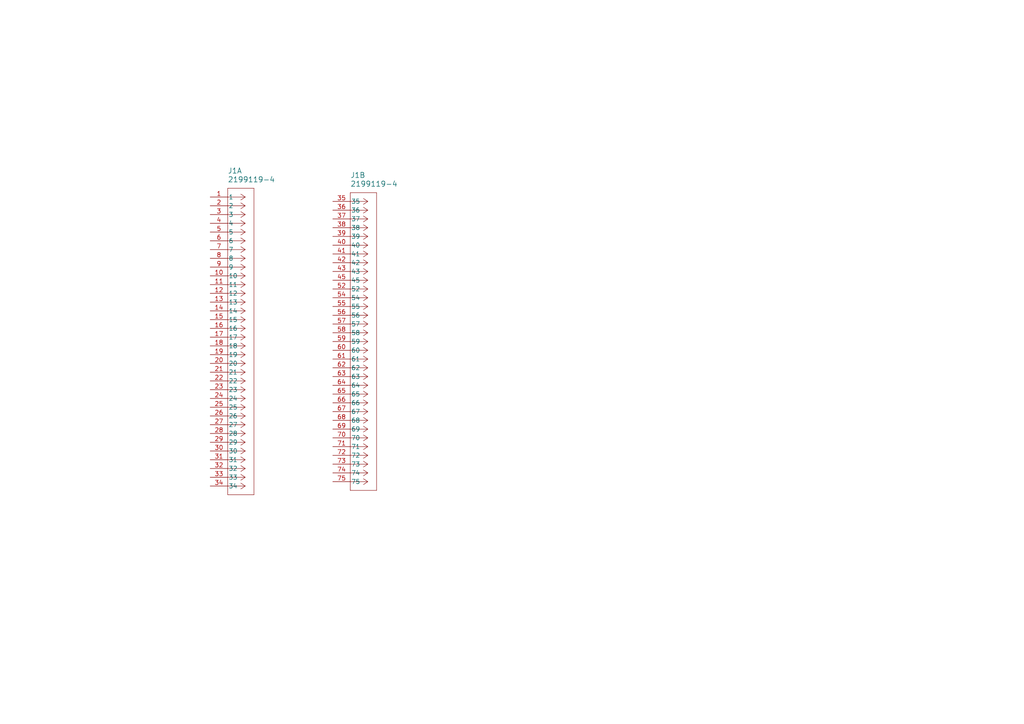
<source format=kicad_sch>
(kicad_sch (version 20230121) (generator eeschema)
  (paper "A4")
  (lib_symbols
    (symbol "2023-12-01_02-17-21:2199119-4" (pin_names (offset 0.254))
      (property "Reference" "J" (at 8.89 6.35 0))
      (property "Value" "2199119-4" (at 0 0 0))
      (symbol "2199119-4_1_1"
        (polyline (pts (xy 5.08 -86.36) (xy 12.7 -86.36)) (stroke (width 0.127)))
        (polyline (pts (xy 5.08 2.54) (xy 5.08 -86.36)) (stroke (width 0.127)))
        (polyline (pts (xy 10.16 -83.82) (xy 5.08 -83.82)) (stroke (width 0.127)))
        (polyline (pts (xy 10.16 -83.82) (xy 8.89 -84.6667)) (stroke (width 0.127)))
        (polyline (pts (xy 10.16 -83.82) (xy 8.89 -82.9733)) (stroke (width 0.127)))
        (polyline (pts (xy 10.16 -81.28) (xy 5.08 -81.28)) (stroke (width 0.127)))
        (polyline (pts (xy 10.16 -81.28) (xy 8.89 -82.1267)) (stroke (width 0.127)))
        (polyline (pts (xy 10.16 -81.28) (xy 8.89 -80.4333)) (stroke (width 0.127)))
        (polyline (pts (xy 10.16 -78.74) (xy 5.08 -78.74)) (stroke (width 0.127)))
        (polyline (pts (xy 10.16 -78.74) (xy 8.89 -79.5867)) (stroke (width 0.127)))
        (polyline (pts (xy 10.16 -78.74) (xy 8.89 -77.8933)) (stroke (width 0.127)))
        (polyline (pts (xy 10.16 -76.2) (xy 5.08 -76.2)) (stroke (width 0.127)))
        (polyline (pts (xy 10.16 -76.2) (xy 8.89 -77.0467)) (stroke (width 0.127)))
        (polyline (pts (xy 10.16 -76.2) (xy 8.89 -75.3533)) (stroke (width 0.127)))
        (polyline (pts (xy 10.16 -73.66) (xy 5.08 -73.66)) (stroke (width 0.127)))
        (polyline (pts (xy 10.16 -73.66) (xy 8.89 -74.5067)) (stroke (width 0.127)))
        (polyline (pts (xy 10.16 -73.66) (xy 8.89 -72.8133)) (stroke (width 0.127)))
        (polyline (pts (xy 10.16 -71.12) (xy 5.08 -71.12)) (stroke (width 0.127)))
        (polyline (pts (xy 10.16 -71.12) (xy 8.89 -71.9667)) (stroke (width 0.127)))
        (polyline (pts (xy 10.16 -71.12) (xy 8.89 -70.2733)) (stroke (width 0.127)))
        (polyline (pts (xy 10.16 -68.58) (xy 5.08 -68.58)) (stroke (width 0.127)))
        (polyline (pts (xy 10.16 -68.58) (xy 8.89 -69.4267)) (stroke (width 0.127)))
        (polyline (pts (xy 10.16 -68.58) (xy 8.89 -67.7333)) (stroke (width 0.127)))
        (polyline (pts (xy 10.16 -66.04) (xy 5.08 -66.04)) (stroke (width 0.127)))
        (polyline (pts (xy 10.16 -66.04) (xy 8.89 -66.8867)) (stroke (width 0.127)))
        (polyline (pts (xy 10.16 -66.04) (xy 8.89 -65.1933)) (stroke (width 0.127)))
        (polyline (pts (xy 10.16 -63.5) (xy 5.08 -63.5)) (stroke (width 0.127)))
        (polyline (pts (xy 10.16 -63.5) (xy 8.89 -64.3467)) (stroke (width 0.127)))
        (polyline (pts (xy 10.16 -63.5) (xy 8.89 -62.6533)) (stroke (width 0.127)))
        (polyline (pts (xy 10.16 -60.96) (xy 5.08 -60.96)) (stroke (width 0.127)))
        (polyline (pts (xy 10.16 -60.96) (xy 8.89 -61.8067)) (stroke (width 0.127)))
        (polyline (pts (xy 10.16 -60.96) (xy 8.89 -60.1133)) (stroke (width 0.127)))
        (polyline (pts (xy 10.16 -58.42) (xy 5.08 -58.42)) (stroke (width 0.127)))
        (polyline (pts (xy 10.16 -58.42) (xy 8.89 -59.2667)) (stroke (width 0.127)))
        (polyline (pts (xy 10.16 -58.42) (xy 8.89 -57.5733)) (stroke (width 0.127)))
        (polyline (pts (xy 10.16 -55.88) (xy 5.08 -55.88)) (stroke (width 0.127)))
        (polyline (pts (xy 10.16 -55.88) (xy 8.89 -56.7267)) (stroke (width 0.127)))
        (polyline (pts (xy 10.16 -55.88) (xy 8.89 -55.0333)) (stroke (width 0.127)))
        (polyline (pts (xy 10.16 -53.34) (xy 5.08 -53.34)) (stroke (width 0.127)))
        (polyline (pts (xy 10.16 -53.34) (xy 8.89 -54.1867)) (stroke (width 0.127)))
        (polyline (pts (xy 10.16 -53.34) (xy 8.89 -52.4933)) (stroke (width 0.127)))
        (polyline (pts (xy 10.16 -50.8) (xy 5.08 -50.8)) (stroke (width 0.127)))
        (polyline (pts (xy 10.16 -50.8) (xy 8.89 -51.6467)) (stroke (width 0.127)))
        (polyline (pts (xy 10.16 -50.8) (xy 8.89 -49.9533)) (stroke (width 0.127)))
        (polyline (pts (xy 10.16 -48.26) (xy 5.08 -48.26)) (stroke (width 0.127)))
        (polyline (pts (xy 10.16 -48.26) (xy 8.89 -49.1067)) (stroke (width 0.127)))
        (polyline (pts (xy 10.16 -48.26) (xy 8.89 -47.4133)) (stroke (width 0.127)))
        (polyline (pts (xy 10.16 -45.72) (xy 5.08 -45.72)) (stroke (width 0.127)))
        (polyline (pts (xy 10.16 -45.72) (xy 8.89 -46.5667)) (stroke (width 0.127)))
        (polyline (pts (xy 10.16 -45.72) (xy 8.89 -44.8733)) (stroke (width 0.127)))
        (polyline (pts (xy 10.16 -43.18) (xy 5.08 -43.18)) (stroke (width 0.127)))
        (polyline (pts (xy 10.16 -43.18) (xy 8.89 -44.0267)) (stroke (width 0.127)))
        (polyline (pts (xy 10.16 -43.18) (xy 8.89 -42.3333)) (stroke (width 0.127)))
        (polyline (pts (xy 10.16 -40.64) (xy 5.08 -40.64)) (stroke (width 0.127)))
        (polyline (pts (xy 10.16 -40.64) (xy 8.89 -41.4867)) (stroke (width 0.127)))
        (polyline (pts (xy 10.16 -40.64) (xy 8.89 -39.7933)) (stroke (width 0.127)))
        (polyline (pts (xy 10.16 -38.1) (xy 5.08 -38.1)) (stroke (width 0.127)))
        (polyline (pts (xy 10.16 -38.1) (xy 8.89 -38.9467)) (stroke (width 0.127)))
        (polyline (pts (xy 10.16 -38.1) (xy 8.89 -37.2533)) (stroke (width 0.127)))
        (polyline (pts (xy 10.16 -35.56) (xy 5.08 -35.56)) (stroke (width 0.127)))
        (polyline (pts (xy 10.16 -35.56) (xy 8.89 -36.4067)) (stroke (width 0.127)))
        (polyline (pts (xy 10.16 -35.56) (xy 8.89 -34.7133)) (stroke (width 0.127)))
        (polyline (pts (xy 10.16 -33.02) (xy 5.08 -33.02)) (stroke (width 0.127)))
        (polyline (pts (xy 10.16 -33.02) (xy 8.89 -33.8667)) (stroke (width 0.127)))
        (polyline (pts (xy 10.16 -33.02) (xy 8.89 -32.1733)) (stroke (width 0.127)))
        (polyline (pts (xy 10.16 -30.48) (xy 5.08 -30.48)) (stroke (width 0.127)))
        (polyline (pts (xy 10.16 -30.48) (xy 8.89 -31.3267)) (stroke (width 0.127)))
        (polyline (pts (xy 10.16 -30.48) (xy 8.89 -29.6333)) (stroke (width 0.127)))
        (polyline (pts (xy 10.16 -27.94) (xy 5.08 -27.94)) (stroke (width 0.127)))
        (polyline (pts (xy 10.16 -27.94) (xy 8.89 -28.7867)) (stroke (width 0.127)))
        (polyline (pts (xy 10.16 -27.94) (xy 8.89 -27.0933)) (stroke (width 0.127)))
        (polyline (pts (xy 10.16 -25.4) (xy 5.08 -25.4)) (stroke (width 0.127)))
        (polyline (pts (xy 10.16 -25.4) (xy 8.89 -26.2467)) (stroke (width 0.127)))
        (polyline (pts (xy 10.16 -25.4) (xy 8.89 -24.5533)) (stroke (width 0.127)))
        (polyline (pts (xy 10.16 -22.86) (xy 5.08 -22.86)) (stroke (width 0.127)))
        (polyline (pts (xy 10.16 -22.86) (xy 8.89 -23.7067)) (stroke (width 0.127)))
        (polyline (pts (xy 10.16 -22.86) (xy 8.89 -22.0133)) (stroke (width 0.127)))
        (polyline (pts (xy 10.16 -20.32) (xy 5.08 -20.32)) (stroke (width 0.127)))
        (polyline (pts (xy 10.16 -20.32) (xy 8.89 -21.1667)) (stroke (width 0.127)))
        (polyline (pts (xy 10.16 -20.32) (xy 8.89 -19.4733)) (stroke (width 0.127)))
        (polyline (pts (xy 10.16 -17.78) (xy 5.08 -17.78)) (stroke (width 0.127)))
        (polyline (pts (xy 10.16 -17.78) (xy 8.89 -18.6267)) (stroke (width 0.127)))
        (polyline (pts (xy 10.16 -17.78) (xy 8.89 -16.9333)) (stroke (width 0.127)))
        (polyline (pts (xy 10.16 -15.24) (xy 5.08 -15.24)) (stroke (width 0.127)))
        (polyline (pts (xy 10.16 -15.24) (xy 8.89 -16.0867)) (stroke (width 0.127)))
        (polyline (pts (xy 10.16 -15.24) (xy 8.89 -14.3933)) (stroke (width 0.127)))
        (polyline (pts (xy 10.16 -12.7) (xy 5.08 -12.7)) (stroke (width 0.127)))
        (polyline (pts (xy 10.16 -12.7) (xy 8.89 -13.5467)) (stroke (width 0.127)))
        (polyline (pts (xy 10.16 -12.7) (xy 8.89 -11.8533)) (stroke (width 0.127)))
        (polyline (pts (xy 10.16 -10.16) (xy 5.08 -10.16)) (stroke (width 0.127)))
        (polyline (pts (xy 10.16 -10.16) (xy 8.89 -11.0067)) (stroke (width 0.127)))
        (polyline (pts (xy 10.16 -10.16) (xy 8.89 -9.3133)) (stroke (width 0.127)))
        (polyline (pts (xy 10.16 -7.62) (xy 5.08 -7.62)) (stroke (width 0.127)))
        (polyline (pts (xy 10.16 -7.62) (xy 8.89 -8.4667)) (stroke (width 0.127)))
        (polyline (pts (xy 10.16 -7.62) (xy 8.89 -6.7733)) (stroke (width 0.127)))
        (polyline (pts (xy 10.16 -5.08) (xy 5.08 -5.08)) (stroke (width 0.127)))
        (polyline (pts (xy 10.16 -5.08) (xy 8.89 -5.9267)) (stroke (width 0.127)))
        (polyline (pts (xy 10.16 -5.08) (xy 8.89 -4.2333)) (stroke (width 0.127)))
        (polyline (pts (xy 10.16 -2.54) (xy 5.08 -2.54)) (stroke (width 0.127)))
        (polyline (pts (xy 10.16 -2.54) (xy 8.89 -3.3867)) (stroke (width 0.127)))
        (polyline (pts (xy 10.16 -2.54) (xy 8.89 -1.6933)) (stroke (width 0.127)))
        (polyline (pts (xy 10.16 0) (xy 5.08 0)) (stroke (width 0.127)))
        (polyline (pts (xy 10.16 0) (xy 8.89 -0.8467)) (stroke (width 0.127)))
        (polyline (pts (xy 10.16 0) (xy 8.89 0.8467)) (stroke (width 0.127)))
        (polyline (pts (xy 12.7 -86.36) (xy 12.7 2.54)) (stroke (width 0.127)))
        (polyline (pts (xy 12.7 2.54) (xy 5.08 2.54)) (stroke (width 0.127)))
        (pin unspecified line (at 0 0 0) (length 5.08) (name "1") (number "1"))
        (pin unspecified line (at 0 -22.86 0) (length 5.08) (name "10") (number "10"))
        (pin unspecified line (at 0 -25.4 0) (length 5.08) (name "11") (number "11"))
        (pin unspecified line (at 0 -27.94 0) (length 5.08) (name "12") (number "12"))
        (pin unspecified line (at 0 -30.48 0) (length 5.08) (name "13") (number "13"))
        (pin unspecified line (at 0 -33.02 0) (length 5.08) (name "14") (number "14"))
        (pin unspecified line (at 0 -35.56 0) (length 5.08) (name "15") (number "15"))
        (pin unspecified line (at 0 -38.1 0) (length 5.08) (name "16") (number "16"))
        (pin unspecified line (at 0 -40.64 0) (length 5.08) (name "17") (number "17"))
        (pin unspecified line (at 0 -43.18 0) (length 5.08) (name "18") (number "18"))
        (pin unspecified line (at 0 -45.72 0) (length 5.08) (name "19") (number "19"))
        (pin unspecified line (at 0 -2.54 0) (length 5.08) (name "2") (number "2"))
        (pin unspecified line (at 0 -48.26 0) (length 5.08) (name "20") (number "20"))
        (pin unspecified line (at 0 -50.8 0) (length 5.08) (name "21") (number "21"))
        (pin unspecified line (at 0 -53.34 0) (length 5.08) (name "22") (number "22"))
        (pin unspecified line (at 0 -55.88 0) (length 5.08) (name "23") (number "23"))
        (pin unspecified line (at 0 -58.42 0) (length 5.08) (name "24") (number "24"))
        (pin unspecified line (at 0 -60.96 0) (length 5.08) (name "25") (number "25"))
        (pin unspecified line (at 0 -63.5 0) (length 5.08) (name "26") (number "26"))
        (pin unspecified line (at 0 -66.04 0) (length 5.08) (name "27") (number "27"))
        (pin unspecified line (at 0 -68.58 0) (length 5.08) (name "28") (number "28"))
        (pin unspecified line (at 0 -71.12 0) (length 5.08) (name "29") (number "29"))
        (pin unspecified line (at 0 -5.08 0) (length 5.08) (name "3") (number "3"))
        (pin unspecified line (at 0 -73.66 0) (length 5.08) (name "30") (number "30"))
        (pin unspecified line (at 0 -76.2 0) (length 5.08) (name "31") (number "31"))
        (pin unspecified line (at 0 -78.74 0) (length 5.08) (name "32") (number "32"))
        (pin unspecified line (at 0 -81.28 0) (length 5.08) (name "33") (number "33"))
        (pin unspecified line (at 0 -83.82 0) (length 5.08) (name "34") (number "34"))
        (pin unspecified line (at 0 -7.62 0) (length 5.08) (name "4") (number "4"))
        (pin unspecified line (at 0 -10.16 0) (length 5.08) (name "5") (number "5"))
        (pin unspecified line (at 0 -12.7 0) (length 5.08) (name "6") (number "6"))
        (pin unspecified line (at 0 -15.24 0) (length 5.08) (name "7") (number "7"))
        (pin unspecified line (at 0 -17.78 0) (length 5.08) (name "8") (number "8"))
        (pin unspecified line (at 0 -20.32 0) (length 5.08) (name "9") (number "9"))
      )
      (symbol "2199119-4_1_2"
        (polyline (pts (xy 5.08 -86.36) (xy 12.7 -86.36)) (stroke (width 0.127)))
        (polyline (pts (xy 5.08 2.54) (xy 5.08 -86.36)) (stroke (width 0.127)))
        (polyline (pts (xy 7.62 -83.82) (xy 5.08 -83.82)) (stroke (width 0.127)))
        (polyline (pts (xy 7.62 -83.82) (xy 8.89 -84.6667)) (stroke (width 0.127)))
        (polyline (pts (xy 7.62 -83.82) (xy 8.89 -82.9733)) (stroke (width 0.127)))
        (polyline (pts (xy 7.62 -81.28) (xy 5.08 -81.28)) (stroke (width 0.127)))
        (polyline (pts (xy 7.62 -81.28) (xy 8.89 -82.1267)) (stroke (width 0.127)))
        (polyline (pts (xy 7.62 -81.28) (xy 8.89 -80.4333)) (stroke (width 0.127)))
        (polyline (pts (xy 7.62 -78.74) (xy 5.08 -78.74)) (stroke (width 0.127)))
        (polyline (pts (xy 7.62 -78.74) (xy 8.89 -79.5867)) (stroke (width 0.127)))
        (polyline (pts (xy 7.62 -78.74) (xy 8.89 -77.8933)) (stroke (width 0.127)))
        (polyline (pts (xy 7.62 -76.2) (xy 5.08 -76.2)) (stroke (width 0.127)))
        (polyline (pts (xy 7.62 -76.2) (xy 8.89 -77.0467)) (stroke (width 0.127)))
        (polyline (pts (xy 7.62 -76.2) (xy 8.89 -75.3533)) (stroke (width 0.127)))
        (polyline (pts (xy 7.62 -73.66) (xy 5.08 -73.66)) (stroke (width 0.127)))
        (polyline (pts (xy 7.62 -73.66) (xy 8.89 -74.5067)) (stroke (width 0.127)))
        (polyline (pts (xy 7.62 -73.66) (xy 8.89 -72.8133)) (stroke (width 0.127)))
        (polyline (pts (xy 7.62 -71.12) (xy 5.08 -71.12)) (stroke (width 0.127)))
        (polyline (pts (xy 7.62 -71.12) (xy 8.89 -71.9667)) (stroke (width 0.127)))
        (polyline (pts (xy 7.62 -71.12) (xy 8.89 -70.2733)) (stroke (width 0.127)))
        (polyline (pts (xy 7.62 -68.58) (xy 5.08 -68.58)) (stroke (width 0.127)))
        (polyline (pts (xy 7.62 -68.58) (xy 8.89 -69.4267)) (stroke (width 0.127)))
        (polyline (pts (xy 7.62 -68.58) (xy 8.89 -67.7333)) (stroke (width 0.127)))
        (polyline (pts (xy 7.62 -66.04) (xy 5.08 -66.04)) (stroke (width 0.127)))
        (polyline (pts (xy 7.62 -66.04) (xy 8.89 -66.8867)) (stroke (width 0.127)))
        (polyline (pts (xy 7.62 -66.04) (xy 8.89 -65.1933)) (stroke (width 0.127)))
        (polyline (pts (xy 7.62 -63.5) (xy 5.08 -63.5)) (stroke (width 0.127)))
        (polyline (pts (xy 7.62 -63.5) (xy 8.89 -64.3467)) (stroke (width 0.127)))
        (polyline (pts (xy 7.62 -63.5) (xy 8.89 -62.6533)) (stroke (width 0.127)))
        (polyline (pts (xy 7.62 -60.96) (xy 5.08 -60.96)) (stroke (width 0.127)))
        (polyline (pts (xy 7.62 -60.96) (xy 8.89 -61.8067)) (stroke (width 0.127)))
        (polyline (pts (xy 7.62 -60.96) (xy 8.89 -60.1133)) (stroke (width 0.127)))
        (polyline (pts (xy 7.62 -58.42) (xy 5.08 -58.42)) (stroke (width 0.127)))
        (polyline (pts (xy 7.62 -58.42) (xy 8.89 -59.2667)) (stroke (width 0.127)))
        (polyline (pts (xy 7.62 -58.42) (xy 8.89 -57.5733)) (stroke (width 0.127)))
        (polyline (pts (xy 7.62 -55.88) (xy 5.08 -55.88)) (stroke (width 0.127)))
        (polyline (pts (xy 7.62 -55.88) (xy 8.89 -56.7267)) (stroke (width 0.127)))
        (polyline (pts (xy 7.62 -55.88) (xy 8.89 -55.0333)) (stroke (width 0.127)))
        (polyline (pts (xy 7.62 -53.34) (xy 5.08 -53.34)) (stroke (width 0.127)))
        (polyline (pts (xy 7.62 -53.34) (xy 8.89 -54.1867)) (stroke (width 0.127)))
        (polyline (pts (xy 7.62 -53.34) (xy 8.89 -52.4933)) (stroke (width 0.127)))
        (polyline (pts (xy 7.62 -50.8) (xy 5.08 -50.8)) (stroke (width 0.127)))
        (polyline (pts (xy 7.62 -50.8) (xy 8.89 -51.6467)) (stroke (width 0.127)))
        (polyline (pts (xy 7.62 -50.8) (xy 8.89 -49.9533)) (stroke (width 0.127)))
        (polyline (pts (xy 7.62 -48.26) (xy 5.08 -48.26)) (stroke (width 0.127)))
        (polyline (pts (xy 7.62 -48.26) (xy 8.89 -49.1067)) (stroke (width 0.127)))
        (polyline (pts (xy 7.62 -48.26) (xy 8.89 -47.4133)) (stroke (width 0.127)))
        (polyline (pts (xy 7.62 -45.72) (xy 5.08 -45.72)) (stroke (width 0.127)))
        (polyline (pts (xy 7.62 -45.72) (xy 8.89 -46.5667)) (stroke (width 0.127)))
        (polyline (pts (xy 7.62 -45.72) (xy 8.89 -44.8733)) (stroke (width 0.127)))
        (polyline (pts (xy 7.62 -43.18) (xy 5.08 -43.18)) (stroke (width 0.127)))
        (polyline (pts (xy 7.62 -43.18) (xy 8.89 -44.0267)) (stroke (width 0.127)))
        (polyline (pts (xy 7.62 -43.18) (xy 8.89 -42.3333)) (stroke (width 0.127)))
        (polyline (pts (xy 7.62 -40.64) (xy 5.08 -40.64)) (stroke (width 0.127)))
        (polyline (pts (xy 7.62 -40.64) (xy 8.89 -41.4867)) (stroke (width 0.127)))
        (polyline (pts (xy 7.62 -40.64) (xy 8.89 -39.7933)) (stroke (width 0.127)))
        (polyline (pts (xy 7.62 -38.1) (xy 5.08 -38.1)) (stroke (width 0.127)))
        (polyline (pts (xy 7.62 -38.1) (xy 8.89 -38.9467)) (stroke (width 0.127)))
        (polyline (pts (xy 7.62 -38.1) (xy 8.89 -37.2533)) (stroke (width 0.127)))
        (polyline (pts (xy 7.62 -35.56) (xy 5.08 -35.56)) (stroke (width 0.127)))
        (polyline (pts (xy 7.62 -35.56) (xy 8.89 -36.4067)) (stroke (width 0.127)))
        (polyline (pts (xy 7.62 -35.56) (xy 8.89 -34.7133)) (stroke (width 0.127)))
        (polyline (pts (xy 7.62 -33.02) (xy 5.08 -33.02)) (stroke (width 0.127)))
        (polyline (pts (xy 7.62 -33.02) (xy 8.89 -33.8667)) (stroke (width 0.127)))
        (polyline (pts (xy 7.62 -33.02) (xy 8.89 -32.1733)) (stroke (width 0.127)))
        (polyline (pts (xy 7.62 -30.48) (xy 5.08 -30.48)) (stroke (width 0.127)))
        (polyline (pts (xy 7.62 -30.48) (xy 8.89 -31.3267)) (stroke (width 0.127)))
        (polyline (pts (xy 7.62 -30.48) (xy 8.89 -29.6333)) (stroke (width 0.127)))
        (polyline (pts (xy 7.62 -27.94) (xy 5.08 -27.94)) (stroke (width 0.127)))
        (polyline (pts (xy 7.62 -27.94) (xy 8.89 -28.7867)) (stroke (width 0.127)))
        (polyline (pts (xy 7.62 -27.94) (xy 8.89 -27.0933)) (stroke (width 0.127)))
        (polyline (pts (xy 7.62 -25.4) (xy 5.08 -25.4)) (stroke (width 0.127)))
        (polyline (pts (xy 7.62 -25.4) (xy 8.89 -26.2467)) (stroke (width 0.127)))
        (polyline (pts (xy 7.62 -25.4) (xy 8.89 -24.5533)) (stroke (width 0.127)))
        (polyline (pts (xy 7.62 -22.86) (xy 5.08 -22.86)) (stroke (width 0.127)))
        (polyline (pts (xy 7.62 -22.86) (xy 8.89 -23.7067)) (stroke (width 0.127)))
        (polyline (pts (xy 7.62 -22.86) (xy 8.89 -22.0133)) (stroke (width 0.127)))
        (polyline (pts (xy 7.62 -20.32) (xy 5.08 -20.32)) (stroke (width 0.127)))
        (polyline (pts (xy 7.62 -20.32) (xy 8.89 -21.1667)) (stroke (width 0.127)))
        (polyline (pts (xy 7.62 -20.32) (xy 8.89 -19.4733)) (stroke (width 0.127)))
        (polyline (pts (xy 7.62 -17.78) (xy 5.08 -17.78)) (stroke (width 0.127)))
        (polyline (pts (xy 7.62 -17.78) (xy 8.89 -18.6267)) (stroke (width 0.127)))
        (polyline (pts (xy 7.62 -17.78) (xy 8.89 -16.9333)) (stroke (width 0.127)))
        (polyline (pts (xy 7.62 -15.24) (xy 5.08 -15.24)) (stroke (width 0.127)))
        (polyline (pts (xy 7.62 -15.24) (xy 8.89 -16.0867)) (stroke (width 0.127)))
        (polyline (pts (xy 7.62 -15.24) (xy 8.89 -14.3933)) (stroke (width 0.127)))
        (polyline (pts (xy 7.62 -12.7) (xy 5.08 -12.7)) (stroke (width 0.127)))
        (polyline (pts (xy 7.62 -12.7) (xy 8.89 -13.5467)) (stroke (width 0.127)))
        (polyline (pts (xy 7.62 -12.7) (xy 8.89 -11.8533)) (stroke (width 0.127)))
        (polyline (pts (xy 7.62 -10.16) (xy 5.08 -10.16)) (stroke (width 0.127)))
        (polyline (pts (xy 7.62 -10.16) (xy 8.89 -11.0067)) (stroke (width 0.127)))
        (polyline (pts (xy 7.62 -10.16) (xy 8.89 -9.3133)) (stroke (width 0.127)))
        (polyline (pts (xy 7.62 -7.62) (xy 5.08 -7.62)) (stroke (width 0.127)))
        (polyline (pts (xy 7.62 -7.62) (xy 8.89 -8.4667)) (stroke (width 0.127)))
        (polyline (pts (xy 7.62 -7.62) (xy 8.89 -6.7733)) (stroke (width 0.127)))
        (polyline (pts (xy 7.62 -5.08) (xy 5.08 -5.08)) (stroke (width 0.127)))
        (polyline (pts (xy 7.62 -5.08) (xy 8.89 -5.9267)) (stroke (width 0.127)))
        (polyline (pts (xy 7.62 -5.08) (xy 8.89 -4.2333)) (stroke (width 0.127)))
        (polyline (pts (xy 7.62 -2.54) (xy 5.08 -2.54)) (stroke (width 0.127)))
        (polyline (pts (xy 7.62 -2.54) (xy 8.89 -3.3867)) (stroke (width 0.127)))
        (polyline (pts (xy 7.62 -2.54) (xy 8.89 -1.6933)) (stroke (width 0.127)))
        (polyline (pts (xy 7.62 0) (xy 5.08 0)) (stroke (width 0.127)))
        (polyline (pts (xy 7.62 0) (xy 8.89 -0.8467)) (stroke (width 0.127)))
        (polyline (pts (xy 7.62 0) (xy 8.89 0.8467)) (stroke (width 0.127)))
        (polyline (pts (xy 12.7 -86.36) (xy 12.7 2.54)) (stroke (width 0.127)))
        (polyline (pts (xy 12.7 2.54) (xy 5.08 2.54)) (stroke (width 0.127)))
        (pin unspecified line (at 0 0 0) (length 5.08) (name "1") (number "1"))
        (pin unspecified line (at 0 -22.86 0) (length 5.08) (name "10") (number "10"))
        (pin unspecified line (at 0 -25.4 0) (length 5.08) (name "11") (number "11"))
        (pin unspecified line (at 0 -27.94 0) (length 5.08) (name "12") (number "12"))
        (pin unspecified line (at 0 -30.48 0) (length 5.08) (name "13") (number "13"))
        (pin unspecified line (at 0 -33.02 0) (length 5.08) (name "14") (number "14"))
        (pin unspecified line (at 0 -35.56 0) (length 5.08) (name "15") (number "15"))
        (pin unspecified line (at 0 -38.1 0) (length 5.08) (name "16") (number "16"))
        (pin unspecified line (at 0 -40.64 0) (length 5.08) (name "17") (number "17"))
        (pin unspecified line (at 0 -43.18 0) (length 5.08) (name "18") (number "18"))
        (pin unspecified line (at 0 -45.72 0) (length 5.08) (name "19") (number "19"))
        (pin unspecified line (at 0 -2.54 0) (length 5.08) (name "2") (number "2"))
        (pin unspecified line (at 0 -48.26 0) (length 5.08) (name "20") (number "20"))
        (pin unspecified line (at 0 -50.8 0) (length 5.08) (name "21") (number "21"))
        (pin unspecified line (at 0 -53.34 0) (length 5.08) (name "22") (number "22"))
        (pin unspecified line (at 0 -55.88 0) (length 5.08) (name "23") (number "23"))
        (pin unspecified line (at 0 -58.42 0) (length 5.08) (name "24") (number "24"))
        (pin unspecified line (at 0 -60.96 0) (length 5.08) (name "25") (number "25"))
        (pin unspecified line (at 0 -63.5 0) (length 5.08) (name "26") (number "26"))
        (pin unspecified line (at 0 -66.04 0) (length 5.08) (name "27") (number "27"))
        (pin unspecified line (at 0 -68.58 0) (length 5.08) (name "28") (number "28"))
        (pin unspecified line (at 0 -71.12 0) (length 5.08) (name "29") (number "29"))
        (pin unspecified line (at 0 -5.08 0) (length 5.08) (name "3") (number "3"))
        (pin unspecified line (at 0 -73.66 0) (length 5.08) (name "30") (number "30"))
        (pin unspecified line (at 0 -76.2 0) (length 5.08) (name "31") (number "31"))
        (pin unspecified line (at 0 -78.74 0) (length 5.08) (name "32") (number "32"))
        (pin unspecified line (at 0 -81.28 0) (length 5.08) (name "33") (number "33"))
        (pin unspecified line (at 0 -83.82 0) (length 5.08) (name "34") (number "34"))
        (pin unspecified line (at 0 -7.62 0) (length 5.08) (name "4") (number "4"))
        (pin unspecified line (at 0 -10.16 0) (length 5.08) (name "5") (number "5"))
        (pin unspecified line (at 0 -12.7 0) (length 5.08) (name "6") (number "6"))
        (pin unspecified line (at 0 -15.24 0) (length 5.08) (name "7") (number "7"))
        (pin unspecified line (at 0 -17.78 0) (length 5.08) (name "8") (number "8"))
        (pin unspecified line (at 0 -20.32 0) (length 5.08) (name "9") (number "9"))
      )
      (symbol "2199119-4_2_1"
        (polyline (pts (xy 5.08 -83.82) (xy 12.7 -83.82)) (stroke (width 0.127)))
        (polyline (pts (xy 5.08 2.54) (xy 5.08 -83.82)) (stroke (width 0.127)))
        (polyline (pts (xy 10.16 -81.28) (xy 5.08 -81.28)) (stroke (width 0.127)))
        (polyline (pts (xy 10.16 -81.28) (xy 8.89 -82.1267)) (stroke (width 0.127)))
        (polyline (pts (xy 10.16 -81.28) (xy 8.89 -80.4333)) (stroke (width 0.127)))
        (polyline (pts (xy 10.16 -78.74) (xy 5.08 -78.74)) (stroke (width 0.127)))
        (polyline (pts (xy 10.16 -78.74) (xy 8.89 -79.5867)) (stroke (width 0.127)))
        (polyline (pts (xy 10.16 -78.74) (xy 8.89 -77.8933)) (stroke (width 0.127)))
        (polyline (pts (xy 10.16 -76.2) (xy 5.08 -76.2)) (stroke (width 0.127)))
        (polyline (pts (xy 10.16 -76.2) (xy 8.89 -77.0467)) (stroke (width 0.127)))
        (polyline (pts (xy 10.16 -76.2) (xy 8.89 -75.3533)) (stroke (width 0.127)))
        (polyline (pts (xy 10.16 -73.66) (xy 5.08 -73.66)) (stroke (width 0.127)))
        (polyline (pts (xy 10.16 -73.66) (xy 8.89 -74.5067)) (stroke (width 0.127)))
        (polyline (pts (xy 10.16 -73.66) (xy 8.89 -72.8133)) (stroke (width 0.127)))
        (polyline (pts (xy 10.16 -71.12) (xy 5.08 -71.12)) (stroke (width 0.127)))
        (polyline (pts (xy 10.16 -71.12) (xy 8.89 -71.9667)) (stroke (width 0.127)))
        (polyline (pts (xy 10.16 -71.12) (xy 8.89 -70.2733)) (stroke (width 0.127)))
        (polyline (pts (xy 10.16 -68.58) (xy 5.08 -68.58)) (stroke (width 0.127)))
        (polyline (pts (xy 10.16 -68.58) (xy 8.89 -69.4267)) (stroke (width 0.127)))
        (polyline (pts (xy 10.16 -68.58) (xy 8.89 -67.7333)) (stroke (width 0.127)))
        (polyline (pts (xy 10.16 -66.04) (xy 5.08 -66.04)) (stroke (width 0.127)))
        (polyline (pts (xy 10.16 -66.04) (xy 8.89 -66.8867)) (stroke (width 0.127)))
        (polyline (pts (xy 10.16 -66.04) (xy 8.89 -65.1933)) (stroke (width 0.127)))
        (polyline (pts (xy 10.16 -63.5) (xy 5.08 -63.5)) (stroke (width 0.127)))
        (polyline (pts (xy 10.16 -63.5) (xy 8.89 -64.3467)) (stroke (width 0.127)))
        (polyline (pts (xy 10.16 -63.5) (xy 8.89 -62.6533)) (stroke (width 0.127)))
        (polyline (pts (xy 10.16 -60.96) (xy 5.08 -60.96)) (stroke (width 0.127)))
        (polyline (pts (xy 10.16 -60.96) (xy 8.89 -61.8067)) (stroke (width 0.127)))
        (polyline (pts (xy 10.16 -60.96) (xy 8.89 -60.1133)) (stroke (width 0.127)))
        (polyline (pts (xy 10.16 -58.42) (xy 5.08 -58.42)) (stroke (width 0.127)))
        (polyline (pts (xy 10.16 -58.42) (xy 8.89 -59.2667)) (stroke (width 0.127)))
        (polyline (pts (xy 10.16 -58.42) (xy 8.89 -57.5733)) (stroke (width 0.127)))
        (polyline (pts (xy 10.16 -55.88) (xy 5.08 -55.88)) (stroke (width 0.127)))
        (polyline (pts (xy 10.16 -55.88) (xy 8.89 -56.7267)) (stroke (width 0.127)))
        (polyline (pts (xy 10.16 -55.88) (xy 8.89 -55.0333)) (stroke (width 0.127)))
        (polyline (pts (xy 10.16 -53.34) (xy 5.08 -53.34)) (stroke (width 0.127)))
        (polyline (pts (xy 10.16 -53.34) (xy 8.89 -54.1867)) (stroke (width 0.127)))
        (polyline (pts (xy 10.16 -53.34) (xy 8.89 -52.4933)) (stroke (width 0.127)))
        (polyline (pts (xy 10.16 -50.8) (xy 5.08 -50.8)) (stroke (width 0.127)))
        (polyline (pts (xy 10.16 -50.8) (xy 8.89 -51.6467)) (stroke (width 0.127)))
        (polyline (pts (xy 10.16 -50.8) (xy 8.89 -49.9533)) (stroke (width 0.127)))
        (polyline (pts (xy 10.16 -48.26) (xy 5.08 -48.26)) (stroke (width 0.127)))
        (polyline (pts (xy 10.16 -48.26) (xy 8.89 -49.1067)) (stroke (width 0.127)))
        (polyline (pts (xy 10.16 -48.26) (xy 8.89 -47.4133)) (stroke (width 0.127)))
        (polyline (pts (xy 10.16 -45.72) (xy 5.08 -45.72)) (stroke (width 0.127)))
        (polyline (pts (xy 10.16 -45.72) (xy 8.89 -46.5667)) (stroke (width 0.127)))
        (polyline (pts (xy 10.16 -45.72) (xy 8.89 -44.8733)) (stroke (width 0.127)))
        (polyline (pts (xy 10.16 -43.18) (xy 5.08 -43.18)) (stroke (width 0.127)))
        (polyline (pts (xy 10.16 -43.18) (xy 8.89 -44.0267)) (stroke (width 0.127)))
        (polyline (pts (xy 10.16 -43.18) (xy 8.89 -42.3333)) (stroke (width 0.127)))
        (polyline (pts (xy 10.16 -40.64) (xy 5.08 -40.64)) (stroke (width 0.127)))
        (polyline (pts (xy 10.16 -40.64) (xy 8.89 -41.4867)) (stroke (width 0.127)))
        (polyline (pts (xy 10.16 -40.64) (xy 8.89 -39.7933)) (stroke (width 0.127)))
        (polyline (pts (xy 10.16 -38.1) (xy 5.08 -38.1)) (stroke (width 0.127)))
        (polyline (pts (xy 10.16 -38.1) (xy 8.89 -38.9467)) (stroke (width 0.127)))
        (polyline (pts (xy 10.16 -38.1) (xy 8.89 -37.2533)) (stroke (width 0.127)))
        (polyline (pts (xy 10.16 -35.56) (xy 5.08 -35.56)) (stroke (width 0.127)))
        (polyline (pts (xy 10.16 -35.56) (xy 8.89 -36.4067)) (stroke (width 0.127)))
        (polyline (pts (xy 10.16 -35.56) (xy 8.89 -34.7133)) (stroke (width 0.127)))
        (polyline (pts (xy 10.16 -33.02) (xy 5.08 -33.02)) (stroke (width 0.127)))
        (polyline (pts (xy 10.16 -33.02) (xy 8.89 -33.8667)) (stroke (width 0.127)))
        (polyline (pts (xy 10.16 -33.02) (xy 8.89 -32.1733)) (stroke (width 0.127)))
        (polyline (pts (xy 10.16 -30.48) (xy 5.08 -30.48)) (stroke (width 0.127)))
        (polyline (pts (xy 10.16 -30.48) (xy 8.89 -31.3267)) (stroke (width 0.127)))
        (polyline (pts (xy 10.16 -30.48) (xy 8.89 -29.6333)) (stroke (width 0.127)))
        (polyline (pts (xy 10.16 -27.94) (xy 5.08 -27.94)) (stroke (width 0.127)))
        (polyline (pts (xy 10.16 -27.94) (xy 8.89 -28.7867)) (stroke (width 0.127)))
        (polyline (pts (xy 10.16 -27.94) (xy 8.89 -27.0933)) (stroke (width 0.127)))
        (polyline (pts (xy 10.16 -25.4) (xy 5.08 -25.4)) (stroke (width 0.127)))
        (polyline (pts (xy 10.16 -25.4) (xy 8.89 -26.2467)) (stroke (width 0.127)))
        (polyline (pts (xy 10.16 -25.4) (xy 8.89 -24.5533)) (stroke (width 0.127)))
        (polyline (pts (xy 10.16 -22.86) (xy 5.08 -22.86)) (stroke (width 0.127)))
        (polyline (pts (xy 10.16 -22.86) (xy 8.89 -23.7067)) (stroke (width 0.127)))
        (polyline (pts (xy 10.16 -22.86) (xy 8.89 -22.0133)) (stroke (width 0.127)))
        (polyline (pts (xy 10.16 -20.32) (xy 5.08 -20.32)) (stroke (width 0.127)))
        (polyline (pts (xy 10.16 -20.32) (xy 8.89 -21.1667)) (stroke (width 0.127)))
        (polyline (pts (xy 10.16 -20.32) (xy 8.89 -19.4733)) (stroke (width 0.127)))
        (polyline (pts (xy 10.16 -17.78) (xy 5.08 -17.78)) (stroke (width 0.127)))
        (polyline (pts (xy 10.16 -17.78) (xy 8.89 -18.6267)) (stroke (width 0.127)))
        (polyline (pts (xy 10.16 -17.78) (xy 8.89 -16.9333)) (stroke (width 0.127)))
        (polyline (pts (xy 10.16 -15.24) (xy 5.08 -15.24)) (stroke (width 0.127)))
        (polyline (pts (xy 10.16 -15.24) (xy 8.89 -16.0867)) (stroke (width 0.127)))
        (polyline (pts (xy 10.16 -15.24) (xy 8.89 -14.3933)) (stroke (width 0.127)))
        (polyline (pts (xy 10.16 -12.7) (xy 5.08 -12.7)) (stroke (width 0.127)))
        (polyline (pts (xy 10.16 -12.7) (xy 8.89 -13.5467)) (stroke (width 0.127)))
        (polyline (pts (xy 10.16 -12.7) (xy 8.89 -11.8533)) (stroke (width 0.127)))
        (polyline (pts (xy 10.16 -10.16) (xy 5.08 -10.16)) (stroke (width 0.127)))
        (polyline (pts (xy 10.16 -10.16) (xy 8.89 -11.0067)) (stroke (width 0.127)))
        (polyline (pts (xy 10.16 -10.16) (xy 8.89 -9.3133)) (stroke (width 0.127)))
        (polyline (pts (xy 10.16 -7.62) (xy 5.08 -7.62)) (stroke (width 0.127)))
        (polyline (pts (xy 10.16 -7.62) (xy 8.89 -8.4667)) (stroke (width 0.127)))
        (polyline (pts (xy 10.16 -7.62) (xy 8.89 -6.7733)) (stroke (width 0.127)))
        (polyline (pts (xy 10.16 -5.08) (xy 5.08 -5.08)) (stroke (width 0.127)))
        (polyline (pts (xy 10.16 -5.08) (xy 8.89 -5.9267)) (stroke (width 0.127)))
        (polyline (pts (xy 10.16 -5.08) (xy 8.89 -4.2333)) (stroke (width 0.127)))
        (polyline (pts (xy 10.16 -2.54) (xy 5.08 -2.54)) (stroke (width 0.127)))
        (polyline (pts (xy 10.16 -2.54) (xy 8.89 -3.3867)) (stroke (width 0.127)))
        (polyline (pts (xy 10.16 -2.54) (xy 8.89 -1.6933)) (stroke (width 0.127)))
        (polyline (pts (xy 10.16 0) (xy 5.08 0)) (stroke (width 0.127)))
        (polyline (pts (xy 10.16 0) (xy 8.89 -0.8467)) (stroke (width 0.127)))
        (polyline (pts (xy 10.16 0) (xy 8.89 0.8467)) (stroke (width 0.127)))
        (polyline (pts (xy 12.7 -83.82) (xy 12.7 2.54)) (stroke (width 0.127)))
        (polyline (pts (xy 12.7 2.54) (xy 5.08 2.54)) (stroke (width 0.127)))
        (pin unspecified line (at 0 0 0) (length 5.08) (name "35") (number "35"))
        (pin unspecified line (at 0 -2.54 0) (length 5.08) (name "36") (number "36"))
        (pin unspecified line (at 0 -5.08 0) (length 5.08) (name "37") (number "37"))
        (pin unspecified line (at 0 -7.62 0) (length 5.08) (name "38") (number "38"))
        (pin unspecified line (at 0 -10.16 0) (length 5.08) (name "39") (number "39"))
        (pin unspecified line (at 0 -12.7 0) (length 5.08) (name "40") (number "40"))
        (pin unspecified line (at 0 -15.24 0) (length 5.08) (name "41") (number "41"))
        (pin unspecified line (at 0 -17.78 0) (length 5.08) (name "42") (number "42"))
        (pin unspecified line (at 0 -20.32 0) (length 5.08) (name "43") (number "43"))
        (pin unspecified line (at 0 -22.86 0) (length 5.08) (name "45") (number "45"))
        (pin unspecified line (at 0 -25.4 0) (length 5.08) (name "52") (number "52"))
        (pin unspecified line (at 0 -27.94 0) (length 5.08) (name "54") (number "54"))
        (pin unspecified line (at 0 -30.48 0) (length 5.08) (name "55") (number "55"))
        (pin unspecified line (at 0 -33.02 0) (length 5.08) (name "56") (number "56"))
        (pin unspecified line (at 0 -35.56 0) (length 5.08) (name "57") (number "57"))
        (pin unspecified line (at 0 -38.1 0) (length 5.08) (name "58") (number "58"))
        (pin unspecified line (at 0 -40.64 0) (length 5.08) (name "59") (number "59"))
        (pin unspecified line (at 0 -43.18 0) (length 5.08) (name "60") (number "60"))
        (pin unspecified line (at 0 -45.72 0) (length 5.08) (name "61") (number "61"))
        (pin unspecified line (at 0 -48.26 0) (length 5.08) (name "62") (number "62"))
        (pin unspecified line (at 0 -50.8 0) (length 5.08) (name "63") (number "63"))
        (pin unspecified line (at 0 -53.34 0) (length 5.08) (name "64") (number "64"))
        (pin unspecified line (at 0 -55.88 0) (length 5.08) (name "65") (number "65"))
        (pin unspecified line (at 0 -58.42 0) (length 5.08) (name "66") (number "66"))
        (pin unspecified line (at 0 -60.96 0) (length 5.08) (name "67") (number "67"))
        (pin unspecified line (at 0 -63.5 0) (length 5.08) (name "68") (number "68"))
        (pin unspecified line (at 0 -66.04 0) (length 5.08) (name "69") (number "69"))
        (pin unspecified line (at 0 -68.58 0) (length 5.08) (name "70") (number "70"))
        (pin unspecified line (at 0 -71.12 0) (length 5.08) (name "71") (number "71"))
        (pin unspecified line (at 0 -73.66 0) (length 5.08) (name "72") (number "72"))
        (pin unspecified line (at 0 -76.2 0) (length 5.08) (name "73") (number "73"))
        (pin unspecified line (at 0 -78.74 0) (length 5.08) (name "74") (number "74"))
        (pin unspecified line (at 0 -81.28 0) (length 5.08) (name "75") (number "75"))
      )
      (symbol "2199119-4_2_2"
        (polyline (pts (xy 5.08 -83.82) (xy 12.7 -83.82)) (stroke (width 0.127)))
        (polyline (pts (xy 5.08 2.54) (xy 5.08 -83.82)) (stroke (width 0.127)))
        (polyline (pts (xy 7.62 -81.28) (xy 5.08 -81.28)) (stroke (width 0.127)))
        (polyline (pts (xy 7.62 -81.28) (xy 8.89 -82.1267)) (stroke (width 0.127)))
        (polyline (pts (xy 7.62 -81.28) (xy 8.89 -80.4333)) (stroke (width 0.127)))
        (polyline (pts (xy 7.62 -78.74) (xy 5.08 -78.74)) (stroke (width 0.127)))
        (polyline (pts (xy 7.62 -78.74) (xy 8.89 -79.5867)) (stroke (width 0.127)))
        (polyline (pts (xy 7.62 -78.74) (xy 8.89 -77.8933)) (stroke (width 0.127)))
        (polyline (pts (xy 7.62 -76.2) (xy 5.08 -76.2)) (stroke (width 0.127)))
        (polyline (pts (xy 7.62 -76.2) (xy 8.89 -77.0467)) (stroke (width 0.127)))
        (polyline (pts (xy 7.62 -76.2) (xy 8.89 -75.3533)) (stroke (width 0.127)))
        (polyline (pts (xy 7.62 -73.66) (xy 5.08 -73.66)) (stroke (width 0.127)))
        (polyline (pts (xy 7.62 -73.66) (xy 8.89 -74.5067)) (stroke (width 0.127)))
        (polyline (pts (xy 7.62 -73.66) (xy 8.89 -72.8133)) (stroke (width 0.127)))
        (polyline (pts (xy 7.62 -71.12) (xy 5.08 -71.12)) (stroke (width 0.127)))
        (polyline (pts (xy 7.62 -71.12) (xy 8.89 -71.9667)) (stroke (width 0.127)))
        (polyline (pts (xy 7.62 -71.12) (xy 8.89 -70.2733)) (stroke (width 0.127)))
        (polyline (pts (xy 7.62 -68.58) (xy 5.08 -68.58)) (stroke (width 0.127)))
        (polyline (pts (xy 7.62 -68.58) (xy 8.89 -69.4267)) (stroke (width 0.127)))
        (polyline (pts (xy 7.62 -68.58) (xy 8.89 -67.7333)) (stroke (width 0.127)))
        (polyline (pts (xy 7.62 -66.04) (xy 5.08 -66.04)) (stroke (width 0.127)))
        (polyline (pts (xy 7.62 -66.04) (xy 8.89 -66.8867)) (stroke (width 0.127)))
        (polyline (pts (xy 7.62 -66.04) (xy 8.89 -65.1933)) (stroke (width 0.127)))
        (polyline (pts (xy 7.62 -63.5) (xy 5.08 -63.5)) (stroke (width 0.127)))
        (polyline (pts (xy 7.62 -63.5) (xy 8.89 -64.3467)) (stroke (width 0.127)))
        (polyline (pts (xy 7.62 -63.5) (xy 8.89 -62.6533)) (stroke (width 0.127)))
        (polyline (pts (xy 7.62 -60.96) (xy 5.08 -60.96)) (stroke (width 0.127)))
        (polyline (pts (xy 7.62 -60.96) (xy 8.89 -61.8067)) (stroke (width 0.127)))
        (polyline (pts (xy 7.62 -60.96) (xy 8.89 -60.1133)) (stroke (width 0.127)))
        (polyline (pts (xy 7.62 -58.42) (xy 5.08 -58.42)) (stroke (width 0.127)))
        (polyline (pts (xy 7.62 -58.42) (xy 8.89 -59.2667)) (stroke (width 0.127)))
        (polyline (pts (xy 7.62 -58.42) (xy 8.89 -57.5733)) (stroke (width 0.127)))
        (polyline (pts (xy 7.62 -55.88) (xy 5.08 -55.88)) (stroke (width 0.127)))
        (polyline (pts (xy 7.62 -55.88) (xy 8.89 -56.7267)) (stroke (width 0.127)))
        (polyline (pts (xy 7.62 -55.88) (xy 8.89 -55.0333)) (stroke (width 0.127)))
        (polyline (pts (xy 7.62 -53.34) (xy 5.08 -53.34)) (stroke (width 0.127)))
        (polyline (pts (xy 7.62 -53.34) (xy 8.89 -54.1867)) (stroke (width 0.127)))
        (polyline (pts (xy 7.62 -53.34) (xy 8.89 -52.4933)) (stroke (width 0.127)))
        (polyline (pts (xy 7.62 -50.8) (xy 5.08 -50.8)) (stroke (width 0.127)))
        (polyline (pts (xy 7.62 -50.8) (xy 8.89 -51.6467)) (stroke (width 0.127)))
        (polyline (pts (xy 7.62 -50.8) (xy 8.89 -49.9533)) (stroke (width 0.127)))
        (polyline (pts (xy 7.62 -48.26) (xy 5.08 -48.26)) (stroke (width 0.127)))
        (polyline (pts (xy 7.62 -48.26) (xy 8.89 -49.1067)) (stroke (width 0.127)))
        (polyline (pts (xy 7.62 -48.26) (xy 8.89 -47.4133)) (stroke (width 0.127)))
        (polyline (pts (xy 7.62 -45.72) (xy 5.08 -45.72)) (stroke (width 0.127)))
        (polyline (pts (xy 7.62 -45.72) (xy 8.89 -46.5667)) (stroke (width 0.127)))
        (polyline (pts (xy 7.62 -45.72) (xy 8.89 -44.8733)) (stroke (width 0.127)))
        (polyline (pts (xy 7.62 -43.18) (xy 5.08 -43.18)) (stroke (width 0.127)))
        (polyline (pts (xy 7.62 -43.18) (xy 8.89 -44.0267)) (stroke (width 0.127)))
        (polyline (pts (xy 7.62 -43.18) (xy 8.89 -42.3333)) (stroke (width 0.127)))
        (polyline (pts (xy 7.62 -40.64) (xy 5.08 -40.64)) (stroke (width 0.127)))
        (polyline (pts (xy 7.62 -40.64) (xy 8.89 -41.4867)) (stroke (width 0.127)))
        (polyline (pts (xy 7.62 -40.64) (xy 8.89 -39.7933)) (stroke (width 0.127)))
        (polyline (pts (xy 7.62 -38.1) (xy 5.08 -38.1)) (stroke (width 0.127)))
        (polyline (pts (xy 7.62 -38.1) (xy 8.89 -38.9467)) (stroke (width 0.127)))
        (polyline (pts (xy 7.62 -38.1) (xy 8.89 -37.2533)) (stroke (width 0.127)))
        (polyline (pts (xy 7.62 -35.56) (xy 5.08 -35.56)) (stroke (width 0.127)))
        (polyline (pts (xy 7.62 -35.56) (xy 8.89 -36.4067)) (stroke (width 0.127)))
        (polyline (pts (xy 7.62 -35.56) (xy 8.89 -34.7133)) (stroke (width 0.127)))
        (polyline (pts (xy 7.62 -33.02) (xy 5.08 -33.02)) (stroke (width 0.127)))
        (polyline (pts (xy 7.62 -33.02) (xy 8.89 -33.8667)) (stroke (width 0.127)))
        (polyline (pts (xy 7.62 -33.02) (xy 8.89 -32.1733)) (stroke (width 0.127)))
        (polyline (pts (xy 7.62 -30.48) (xy 5.08 -30.48)) (stroke (width 0.127)))
        (polyline (pts (xy 7.62 -30.48) (xy 8.89 -31.3267)) (stroke (width 0.127)))
        (polyline (pts (xy 7.62 -30.48) (xy 8.89 -29.6333)) (stroke (width 0.127)))
        (polyline (pts (xy 7.62 -27.94) (xy 5.08 -27.94)) (stroke (width 0.127)))
        (polyline (pts (xy 7.62 -27.94) (xy 8.89 -28.7867)) (stroke (width 0.127)))
        (polyline (pts (xy 7.62 -27.94) (xy 8.89 -27.0933)) (stroke (width 0.127)))
        (polyline (pts (xy 7.62 -25.4) (xy 5.08 -25.4)) (stroke (width 0.127)))
        (polyline (pts (xy 7.62 -25.4) (xy 8.89 -26.2467)) (stroke (width 0.127)))
        (polyline (pts (xy 7.62 -25.4) (xy 8.89 -24.5533)) (stroke (width 0.127)))
        (polyline (pts (xy 7.62 -22.86) (xy 5.08 -22.86)) (stroke (width 0.127)))
        (polyline (pts (xy 7.62 -22.86) (xy 8.89 -23.7067)) (stroke (width 0.127)))
        (polyline (pts (xy 7.62 -22.86) (xy 8.89 -22.0133)) (stroke (width 0.127)))
        (polyline (pts (xy 7.62 -20.32) (xy 5.08 -20.32)) (stroke (width 0.127)))
        (polyline (pts (xy 7.62 -20.32) (xy 8.89 -21.1667)) (stroke (width 0.127)))
        (polyline (pts (xy 7.62 -20.32) (xy 8.89 -19.4733)) (stroke (width 0.127)))
        (polyline (pts (xy 7.62 -17.78) (xy 5.08 -17.78)) (stroke (width 0.127)))
        (polyline (pts (xy 7.62 -17.78) (xy 8.89 -18.6267)) (stroke (width 0.127)))
        (polyline (pts (xy 7.62 -17.78) (xy 8.89 -16.9333)) (stroke (width 0.127)))
        (polyline (pts (xy 7.62 -15.24) (xy 5.08 -15.24)) (stroke (width 0.127)))
        (polyline (pts (xy 7.62 -15.24) (xy 8.89 -16.0867)) (stroke (width 0.127)))
        (polyline (pts (xy 7.62 -15.24) (xy 8.89 -14.3933)) (stroke (width 0.127)))
        (polyline (pts (xy 7.62 -12.7) (xy 5.08 -12.7)) (stroke (width 0.127)))
        (polyline (pts (xy 7.62 -12.7) (xy 8.89 -13.5467)) (stroke (width 0.127)))
        (polyline (pts (xy 7.62 -12.7) (xy 8.89 -11.8533)) (stroke (width 0.127)))
        (polyline (pts (xy 7.62 -10.16) (xy 5.08 -10.16)) (stroke (width 0.127)))
        (polyline (pts (xy 7.62 -10.16) (xy 8.89 -11.0067)) (stroke (width 0.127)))
        (polyline (pts (xy 7.62 -10.16) (xy 8.89 -9.3133)) (stroke (width 0.127)))
        (polyline (pts (xy 7.62 -7.62) (xy 5.08 -7.62)) (stroke (width 0.127)))
        (polyline (pts (xy 7.62 -7.62) (xy 8.89 -8.4667)) (stroke (width 0.127)))
        (polyline (pts (xy 7.62 -7.62) (xy 8.89 -6.7733)) (stroke (width 0.127)))
        (polyline (pts (xy 7.62 -5.08) (xy 5.08 -5.08)) (stroke (width 0.127)))
        (polyline (pts (xy 7.62 -5.08) (xy 8.89 -5.9267)) (stroke (width 0.127)))
        (polyline (pts (xy 7.62 -5.08) (xy 8.89 -4.2333)) (stroke (width 0.127)))
        (polyline (pts (xy 7.62 -2.54) (xy 5.08 -2.54)) (stroke (width 0.127)))
        (polyline (pts (xy 7.62 -2.54) (xy 8.89 -3.3867)) (stroke (width 0.127)))
        (polyline (pts (xy 7.62 -2.54) (xy 8.89 -1.6933)) (stroke (width 0.127)))
        (polyline (pts (xy 7.62 0) (xy 5.08 0)) (stroke (width 0.127)))
        (polyline (pts (xy 7.62 0) (xy 8.89 -0.8467)) (stroke (width 0.127)))
        (polyline (pts (xy 7.62 0) (xy 8.89 0.8467)) (stroke (width 0.127)))
        (polyline (pts (xy 12.7 -83.82) (xy 12.7 2.54)) (stroke (width 0.127)))
        (polyline (pts (xy 12.7 2.54) (xy 5.08 2.54)) (stroke (width 0.127)))
        (pin unspecified line (at 0 0 0) (length 5.08) (name "35") (number "35"))
        (pin unspecified line (at 0 -2.54 0) (length 5.08) (name "36") (number "36"))
        (pin unspecified line (at 0 -5.08 0) (length 5.08) (name "37") (number "37"))
        (pin unspecified line (at 0 -7.62 0) (length 5.08) (name "38") (number "38"))
        (pin unspecified line (at 0 -10.16 0) (length 5.08) (name "39") (number "39"))
        (pin unspecified line (at 0 -12.7 0) (length 5.08) (name "40") (number "40"))
        (pin unspecified line (at 0 -15.24 0) (length 5.08) (name "41") (number "41"))
        (pin unspecified line (at 0 -17.78 0) (length 5.08) (name "42") (number "42"))
        (pin unspecified line (at 0 -20.32 0) (length 5.08) (name "43") (number "43"))
        (pin unspecified line (at 0 -22.86 0) (length 5.08) (name "45") (number "45"))
        (pin unspecified line (at 0 -25.4 0) (length 5.08) (name "52") (number "52"))
        (pin unspecified line (at 0 -27.94 0) (length 5.08) (name "54") (number "54"))
        (pin unspecified line (at 0 -30.48 0) (length 5.08) (name "55") (number "55"))
        (pin unspecified line (at 0 -33.02 0) (length 5.08) (name "56") (number "56"))
        (pin unspecified line (at 0 -35.56 0) (length 5.08) (name "57") (number "57"))
        (pin unspecified line (at 0 -38.1 0) (length 5.08) (name "58") (number "58"))
        (pin unspecified line (at 0 -40.64 0) (length 5.08) (name "59") (number "59"))
        (pin unspecified line (at 0 -43.18 0) (length 5.08) (name "60") (number "60"))
        (pin unspecified line (at 0 -45.72 0) (length 5.08) (name "61") (number "61"))
        (pin unspecified line (at 0 -48.26 0) (length 5.08) (name "62") (number "62"))
        (pin unspecified line (at 0 -50.8 0) (length 5.08) (name "63") (number "63"))
        (pin unspecified line (at 0 -53.34 0) (length 5.08) (name "64") (number "64"))
        (pin unspecified line (at 0 -55.88 0) (length 5.08) (name "65") (number "65"))
        (pin unspecified line (at 0 -58.42 0) (length 5.08) (name "66") (number "66"))
        (pin unspecified line (at 0 -60.96 0) (length 5.08) (name "67") (number "67"))
        (pin unspecified line (at 0 -63.5 0) (length 5.08) (name "68") (number "68"))
        (pin unspecified line (at 0 -66.04 0) (length 5.08) (name "69") (number "69"))
        (pin unspecified line (at 0 -68.58 0) (length 5.08) (name "70") (number "70"))
        (pin unspecified line (at 0 -71.12 0) (length 5.08) (name "71") (number "71"))
        (pin unspecified line (at 0 -73.66 0) (length 5.08) (name "72") (number "72"))
        (pin unspecified line (at 0 -76.2 0) (length 5.08) (name "73") (number "73"))
        (pin unspecified line (at 0 -78.74 0) (length 5.08) (name "74") (number "74"))
        (pin unspecified line (at 0 -81.28 0) (length 5.08) (name "75") (number "75"))
      )
    )
  )
  (symbol (lib_id "2023-12-01_02-17-21:2199119-4") (at 60.96 57.15 0) (unit 1)
    (property "Reference" "J1" (at 66.04 49.53 0) (effects (font (size 1.524 1.524)) (justify left)))
    (property "Value" "2199119-4" (at 66.04 52.07 0) (effects (font (size 1.524 1.524)) (justify left)))
    (property "Footprint" "CONN75_2199119-4_TEC" (effects hide))
    (property "Datasheet" "2199119-4" (effects hide))
  )
  (symbol (lib_id "2023-12-01_02-17-21:2199119-4") (at 96.52 58.42 0) (unit 2)
    (property "Reference" "J1" (at 101.6 50.8 0) (effects (font (size 1.524 1.524)) (justify left)))
    (property "Value" "2199119-4" (at 101.6 53.34 0) (effects (font (size 1.524 1.524)) (justify left)))
    (property "Footprint" "CONN75_2199119-4_TEC" (effects hide))
    (property "Datasheet" "2199119-4" (effects hide))
  )
)
</source>
